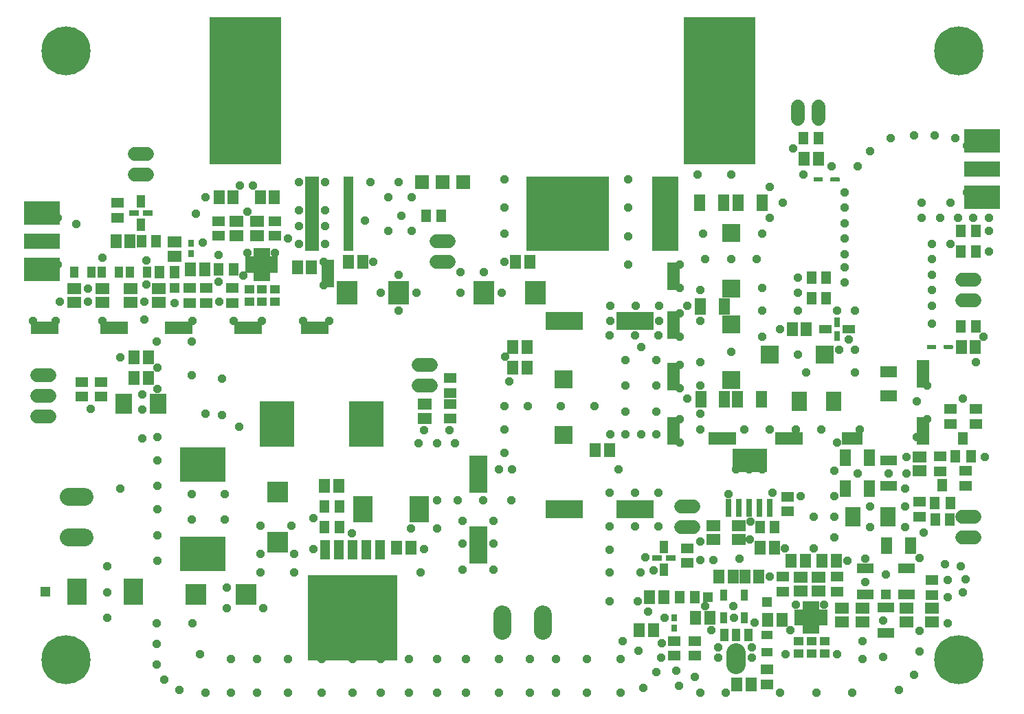
<source format=gbr>
G04 EAGLE Gerber RS-274X export*
G75*
%MOMM*%
%FSLAX34Y34*%
%LPD*%
%INSoldermask Top*%
%IPPOS*%
%AMOC8*
5,1,8,0,0,1.08239X$1,22.5*%
G01*
%ADD10R,3.492500X1.587500*%
%ADD11R,1.587500X3.492500*%
%ADD12R,2.540000X1.587500*%
%ADD13R,1.668500X1.367800*%
%ADD14R,1.367800X1.668500*%
%ADD15R,2.318500X4.618900*%
%ADD16R,2.603200X3.003200*%
%ADD17R,2.606800X2.571200*%
%ADD18R,2.571200X2.606800*%
%ADD19R,1.367800X2.018500*%
%ADD20R,1.173400X1.124100*%
%ADD21R,4.618900X2.318500*%
%ADD22R,0.703200X0.903200*%
%ADD23R,2.455000X3.323400*%
%ADD24R,1.955200X2.427100*%
%ADD25C,6.045200*%
%ADD26C,1.727200*%
%ADD27R,1.078900X1.413500*%
%ADD28R,2.203200X2.203200*%
%ADD29R,2.113500X1.246300*%
%ADD30R,0.963200X1.473200*%
%ADD31R,4.203200X5.603200*%
%ADD32R,1.413500X1.078900*%
%ADD33R,5.603200X4.203200*%
%ADD34R,1.234400X1.623400*%
%ADD35R,1.623400X1.234400*%
%ADD36R,1.203200X1.203200*%
%ADD37C,2.403200*%
%ADD38R,1.050000X1.575000*%
%ADD39R,1.003200X0.503200*%
%ADD40R,0.503200X1.003200*%
%ADD41R,2.003200X2.003200*%
%ADD42C,4.203200*%
%ADD43R,1.703200X9.203200*%
%ADD44R,1.203200X9.203200*%
%ADD45R,10.203200X9.203200*%
%ADD46R,3.203200X9.203200*%
%ADD47R,8.803200X18.203200*%
%ADD48R,1.727200X1.727200*%
%ADD49R,0.762000X2.260600*%
%ADD50R,4.013200X2.743200*%
%ADD51R,2.032000X0.533400*%
%ADD52R,11.003200X10.613200*%
%ADD53R,1.270000X2.362200*%
%ADD54R,1.003200X1.603200*%
%ADD55R,1.303200X0.803200*%
%ADD56R,1.603200X1.003200*%
%ADD57R,0.803200X1.303200*%
%ADD58R,4.394200X1.981200*%
%ADD59R,4.394200X2.870200*%
%ADD60C,2.184400*%
%ADD61R,1.203200X1.603200*%
%ADD62R,2.018500X1.367800*%
%ADD63P,1.038661X8X22.500000*%

G36*
X913023Y280420D02*
X913023Y280420D01*
X913042Y280418D01*
X913144Y280440D01*
X913246Y280457D01*
X913263Y280466D01*
X913283Y280470D01*
X913372Y280523D01*
X913463Y280572D01*
X913477Y280586D01*
X913494Y280596D01*
X913561Y280675D01*
X913633Y280750D01*
X913641Y280768D01*
X913654Y280783D01*
X913693Y280879D01*
X913736Y280973D01*
X913738Y280993D01*
X913746Y281011D01*
X913764Y281178D01*
X913764Y308864D01*
X913761Y308884D01*
X913763Y308903D01*
X913741Y309005D01*
X913725Y309107D01*
X913715Y309124D01*
X913711Y309144D01*
X913658Y309233D01*
X913609Y309324D01*
X913595Y309338D01*
X913585Y309355D01*
X913506Y309422D01*
X913431Y309494D01*
X913413Y309502D01*
X913398Y309515D01*
X913302Y309554D01*
X913208Y309597D01*
X913188Y309599D01*
X913170Y309607D01*
X913003Y309625D01*
X872617Y309625D01*
X872597Y309622D01*
X872578Y309624D01*
X872476Y309602D01*
X872374Y309586D01*
X872357Y309576D01*
X872337Y309572D01*
X872248Y309519D01*
X872157Y309470D01*
X872143Y309456D01*
X872126Y309446D01*
X872059Y309367D01*
X871988Y309292D01*
X871979Y309274D01*
X871966Y309259D01*
X871927Y309163D01*
X871884Y309069D01*
X871882Y309049D01*
X871874Y309031D01*
X871856Y308864D01*
X871856Y281178D01*
X871859Y281158D01*
X871857Y281139D01*
X871879Y281037D01*
X871896Y280935D01*
X871905Y280918D01*
X871909Y280898D01*
X871962Y280809D01*
X872011Y280718D01*
X872025Y280704D01*
X872035Y280687D01*
X872114Y280620D01*
X872189Y280549D01*
X872207Y280540D01*
X872222Y280527D01*
X872318Y280488D01*
X872412Y280445D01*
X872432Y280443D01*
X872450Y280435D01*
X872617Y280417D01*
X913003Y280417D01*
X913023Y280420D01*
G37*
G36*
X1002227Y638703D02*
X1002227Y638703D01*
X1002229Y638701D01*
X1002432Y638717D01*
X1002436Y638721D01*
X1002440Y638718D01*
X1002639Y638766D01*
X1002642Y638771D01*
X1002646Y638769D01*
X1002834Y638847D01*
X1002837Y638851D01*
X1002841Y638850D01*
X1003015Y638956D01*
X1003017Y638962D01*
X1003021Y638961D01*
X1003176Y639094D01*
X1003177Y639099D01*
X1003181Y639099D01*
X1003314Y639254D01*
X1003315Y639260D01*
X1003319Y639260D01*
X1003425Y639434D01*
X1003424Y639440D01*
X1003429Y639441D01*
X1003507Y639629D01*
X1003505Y639635D01*
X1003509Y639636D01*
X1003557Y639835D01*
X1003555Y639841D01*
X1003558Y639843D01*
X1003574Y640046D01*
X1003572Y640049D01*
X1003574Y640050D01*
X1003558Y642853D01*
X1003553Y642860D01*
X1003557Y642865D01*
X1003509Y643064D01*
X1003504Y643067D01*
X1003507Y643071D01*
X1003429Y643259D01*
X1003424Y643262D01*
X1003425Y643266D01*
X1003319Y643440D01*
X1003313Y643442D01*
X1003314Y643446D01*
X1003181Y643601D01*
X1003176Y643602D01*
X1003176Y643606D01*
X1003021Y643739D01*
X1003015Y643740D01*
X1003015Y643744D01*
X1002841Y643850D01*
X1002835Y643849D01*
X1002834Y643854D01*
X1002646Y643932D01*
X1002640Y643930D01*
X1002639Y643934D01*
X1002440Y643982D01*
X1002434Y643980D01*
X1002432Y643983D01*
X1002229Y643999D01*
X1002226Y643997D01*
X1002225Y643999D01*
X993425Y643999D01*
X993423Y643997D01*
X993421Y643999D01*
X993218Y643983D01*
X993214Y643979D01*
X993210Y643982D01*
X993011Y643934D01*
X993008Y643929D01*
X993004Y643932D01*
X992816Y643854D01*
X992813Y643849D01*
X992809Y643850D01*
X992635Y643744D01*
X992633Y643738D01*
X992629Y643739D01*
X992474Y643606D01*
X992473Y643601D01*
X992469Y643601D01*
X992336Y643446D01*
X992335Y643440D01*
X992331Y643440D01*
X992225Y643266D01*
X992226Y643260D01*
X992222Y643259D01*
X992144Y643071D01*
X992145Y643065D01*
X992141Y643064D01*
X992093Y642865D01*
X992095Y642859D01*
X992092Y642857D01*
X992076Y642654D01*
X992078Y642651D01*
X992076Y642650D01*
X992092Y639847D01*
X992097Y639840D01*
X992093Y639835D01*
X992141Y639636D01*
X992146Y639633D01*
X992144Y639629D01*
X992222Y639441D01*
X992226Y639438D01*
X992225Y639434D01*
X992331Y639260D01*
X992337Y639258D01*
X992336Y639254D01*
X992469Y639099D01*
X992474Y639098D01*
X992474Y639094D01*
X992629Y638961D01*
X992635Y638960D01*
X992635Y638956D01*
X992809Y638850D01*
X992815Y638851D01*
X992816Y638847D01*
X993004Y638769D01*
X993010Y638770D01*
X993011Y638766D01*
X993210Y638718D01*
X993216Y638720D01*
X993218Y638717D01*
X993421Y638701D01*
X993424Y638703D01*
X993425Y638701D01*
X1002225Y638701D01*
X1002227Y638703D01*
G37*
G36*
X981427Y638703D02*
X981427Y638703D01*
X981429Y638701D01*
X981632Y638717D01*
X981636Y638721D01*
X981640Y638718D01*
X981839Y638766D01*
X981842Y638771D01*
X981846Y638769D01*
X982034Y638847D01*
X982037Y638851D01*
X982041Y638850D01*
X982215Y638956D01*
X982217Y638962D01*
X982221Y638961D01*
X982376Y639094D01*
X982377Y639099D01*
X982381Y639099D01*
X982514Y639254D01*
X982515Y639260D01*
X982519Y639260D01*
X982625Y639434D01*
X982624Y639440D01*
X982629Y639441D01*
X982707Y639629D01*
X982705Y639635D01*
X982709Y639636D01*
X982757Y639835D01*
X982755Y639841D01*
X982758Y639843D01*
X982774Y640046D01*
X982772Y640049D01*
X982774Y640050D01*
X982758Y642853D01*
X982753Y642860D01*
X982757Y642865D01*
X982709Y643064D01*
X982704Y643067D01*
X982707Y643071D01*
X982629Y643259D01*
X982624Y643262D01*
X982625Y643266D01*
X982519Y643440D01*
X982513Y643442D01*
X982514Y643446D01*
X982381Y643601D01*
X982376Y643602D01*
X982376Y643606D01*
X982221Y643739D01*
X982215Y643740D01*
X982215Y643744D01*
X982041Y643850D01*
X982035Y643849D01*
X982034Y643854D01*
X981846Y643932D01*
X981840Y643930D01*
X981839Y643934D01*
X981640Y643982D01*
X981634Y643980D01*
X981632Y643983D01*
X981429Y643999D01*
X981426Y643997D01*
X981425Y643999D01*
X972625Y643999D01*
X972623Y643997D01*
X972621Y643999D01*
X972418Y643983D01*
X972414Y643979D01*
X972410Y643982D01*
X972211Y643934D01*
X972208Y643929D01*
X972204Y643932D01*
X972016Y643854D01*
X972013Y643849D01*
X972009Y643850D01*
X971835Y643744D01*
X971833Y643738D01*
X971829Y643739D01*
X971674Y643606D01*
X971673Y643601D01*
X971669Y643601D01*
X971536Y643446D01*
X971535Y643440D01*
X971531Y643440D01*
X971425Y643266D01*
X971426Y643260D01*
X971422Y643259D01*
X971344Y643071D01*
X971345Y643065D01*
X971341Y643064D01*
X971293Y642865D01*
X971295Y642859D01*
X971292Y642857D01*
X971276Y642654D01*
X971278Y642651D01*
X971276Y642650D01*
X971292Y639847D01*
X971297Y639840D01*
X971293Y639835D01*
X971341Y639636D01*
X971346Y639633D01*
X971344Y639629D01*
X971422Y639441D01*
X971426Y639438D01*
X971425Y639434D01*
X971531Y639260D01*
X971537Y639258D01*
X971536Y639254D01*
X971669Y639099D01*
X971674Y639098D01*
X971674Y639094D01*
X971829Y638961D01*
X971835Y638960D01*
X971835Y638956D01*
X972009Y638850D01*
X972015Y638851D01*
X972016Y638847D01*
X972204Y638769D01*
X972210Y638770D01*
X972211Y638766D01*
X972410Y638718D01*
X972416Y638720D01*
X972418Y638717D01*
X972621Y638701D01*
X972624Y638703D01*
X972625Y638701D01*
X981425Y638701D01*
X981427Y638703D01*
G37*
G36*
X1121127Y432328D02*
X1121127Y432328D01*
X1121129Y432326D01*
X1121332Y432342D01*
X1121336Y432346D01*
X1121340Y432343D01*
X1121539Y432391D01*
X1121542Y432396D01*
X1121546Y432394D01*
X1121734Y432472D01*
X1121737Y432476D01*
X1121741Y432475D01*
X1121915Y432581D01*
X1121917Y432587D01*
X1121921Y432586D01*
X1122076Y432719D01*
X1122077Y432724D01*
X1122081Y432724D01*
X1122214Y432879D01*
X1122215Y432885D01*
X1122219Y432885D01*
X1122325Y433059D01*
X1122324Y433065D01*
X1122329Y433066D01*
X1122407Y433254D01*
X1122405Y433260D01*
X1122409Y433261D01*
X1122457Y433460D01*
X1122455Y433466D01*
X1122458Y433468D01*
X1122474Y433671D01*
X1122472Y433674D01*
X1122474Y433675D01*
X1122458Y436478D01*
X1122453Y436485D01*
X1122457Y436490D01*
X1122409Y436689D01*
X1122404Y436692D01*
X1122407Y436696D01*
X1122329Y436884D01*
X1122324Y436887D01*
X1122325Y436891D01*
X1122219Y437065D01*
X1122213Y437067D01*
X1122214Y437071D01*
X1122081Y437226D01*
X1122076Y437227D01*
X1122076Y437231D01*
X1121921Y437364D01*
X1121915Y437365D01*
X1121915Y437369D01*
X1121741Y437475D01*
X1121735Y437474D01*
X1121734Y437479D01*
X1121546Y437557D01*
X1121540Y437555D01*
X1121539Y437559D01*
X1121340Y437607D01*
X1121334Y437605D01*
X1121332Y437608D01*
X1121129Y437624D01*
X1121126Y437622D01*
X1121125Y437624D01*
X1112325Y437624D01*
X1112323Y437622D01*
X1112321Y437624D01*
X1112118Y437608D01*
X1112114Y437604D01*
X1112110Y437607D01*
X1111911Y437559D01*
X1111908Y437554D01*
X1111904Y437557D01*
X1111716Y437479D01*
X1111713Y437474D01*
X1111709Y437475D01*
X1111535Y437369D01*
X1111533Y437363D01*
X1111529Y437364D01*
X1111374Y437231D01*
X1111373Y437226D01*
X1111369Y437226D01*
X1111236Y437071D01*
X1111235Y437065D01*
X1111231Y437065D01*
X1111125Y436891D01*
X1111126Y436885D01*
X1111122Y436884D01*
X1111044Y436696D01*
X1111045Y436690D01*
X1111041Y436689D01*
X1110993Y436490D01*
X1110995Y436484D01*
X1110992Y436482D01*
X1110976Y436279D01*
X1110978Y436276D01*
X1110976Y436275D01*
X1110992Y433472D01*
X1110997Y433465D01*
X1110993Y433460D01*
X1111041Y433261D01*
X1111046Y433258D01*
X1111044Y433254D01*
X1111122Y433066D01*
X1111126Y433063D01*
X1111125Y433059D01*
X1111231Y432885D01*
X1111237Y432883D01*
X1111236Y432879D01*
X1111369Y432724D01*
X1111374Y432723D01*
X1111374Y432719D01*
X1111529Y432586D01*
X1111535Y432585D01*
X1111535Y432581D01*
X1111709Y432475D01*
X1111715Y432476D01*
X1111716Y432472D01*
X1111904Y432394D01*
X1111910Y432395D01*
X1111911Y432391D01*
X1112110Y432343D01*
X1112116Y432345D01*
X1112118Y432342D01*
X1112321Y432326D01*
X1112324Y432328D01*
X1112325Y432326D01*
X1121125Y432326D01*
X1121127Y432328D01*
G37*
G36*
X1141927Y432328D02*
X1141927Y432328D01*
X1141929Y432326D01*
X1142132Y432342D01*
X1142136Y432346D01*
X1142140Y432343D01*
X1142339Y432391D01*
X1142342Y432396D01*
X1142346Y432394D01*
X1142534Y432472D01*
X1142537Y432476D01*
X1142541Y432475D01*
X1142715Y432581D01*
X1142717Y432587D01*
X1142721Y432586D01*
X1142876Y432719D01*
X1142877Y432724D01*
X1142881Y432724D01*
X1143014Y432879D01*
X1143015Y432885D01*
X1143019Y432885D01*
X1143125Y433059D01*
X1143124Y433065D01*
X1143129Y433066D01*
X1143207Y433254D01*
X1143205Y433260D01*
X1143209Y433261D01*
X1143257Y433460D01*
X1143255Y433466D01*
X1143258Y433468D01*
X1143274Y433671D01*
X1143272Y433674D01*
X1143274Y433675D01*
X1143258Y436478D01*
X1143253Y436485D01*
X1143257Y436490D01*
X1143209Y436689D01*
X1143204Y436692D01*
X1143207Y436696D01*
X1143129Y436884D01*
X1143124Y436887D01*
X1143125Y436891D01*
X1143019Y437065D01*
X1143013Y437067D01*
X1143014Y437071D01*
X1142881Y437226D01*
X1142876Y437227D01*
X1142876Y437231D01*
X1142721Y437364D01*
X1142715Y437365D01*
X1142715Y437369D01*
X1142541Y437475D01*
X1142535Y437474D01*
X1142534Y437479D01*
X1142346Y437557D01*
X1142340Y437555D01*
X1142339Y437559D01*
X1142140Y437607D01*
X1142134Y437605D01*
X1142132Y437608D01*
X1141929Y437624D01*
X1141926Y437622D01*
X1141925Y437624D01*
X1133125Y437624D01*
X1133123Y437622D01*
X1133121Y437624D01*
X1132918Y437608D01*
X1132914Y437604D01*
X1132910Y437607D01*
X1132711Y437559D01*
X1132708Y437554D01*
X1132704Y437557D01*
X1132516Y437479D01*
X1132513Y437474D01*
X1132509Y437475D01*
X1132335Y437369D01*
X1132333Y437363D01*
X1132329Y437364D01*
X1132174Y437231D01*
X1132173Y437226D01*
X1132169Y437226D01*
X1132036Y437071D01*
X1132035Y437065D01*
X1132031Y437065D01*
X1131925Y436891D01*
X1131926Y436885D01*
X1131922Y436884D01*
X1131844Y436696D01*
X1131845Y436690D01*
X1131841Y436689D01*
X1131793Y436490D01*
X1131795Y436484D01*
X1131792Y436482D01*
X1131776Y436279D01*
X1131778Y436276D01*
X1131776Y436275D01*
X1131792Y433472D01*
X1131797Y433465D01*
X1131793Y433460D01*
X1131841Y433261D01*
X1131846Y433258D01*
X1131844Y433254D01*
X1131922Y433066D01*
X1131926Y433063D01*
X1131925Y433059D01*
X1132031Y432885D01*
X1132037Y432883D01*
X1132036Y432879D01*
X1132169Y432724D01*
X1132174Y432723D01*
X1132174Y432719D01*
X1132329Y432586D01*
X1132335Y432585D01*
X1132335Y432581D01*
X1132509Y432475D01*
X1132515Y432476D01*
X1132516Y432472D01*
X1132704Y432394D01*
X1132710Y432395D01*
X1132711Y432391D01*
X1132910Y432343D01*
X1132916Y432345D01*
X1132918Y432342D01*
X1133121Y432326D01*
X1133124Y432328D01*
X1133125Y432326D01*
X1141925Y432326D01*
X1141927Y432328D01*
G37*
D10*
X23813Y458788D03*
X188913Y458788D03*
X274638Y458788D03*
D11*
X373063Y525463D03*
D10*
X109538Y458788D03*
D11*
X798513Y522288D03*
D10*
X858838Y322263D03*
D11*
X798513Y461963D03*
X798513Y331788D03*
X1106488Y331788D03*
X1106488Y401638D03*
X798513Y398463D03*
D10*
X941388Y322263D03*
X357188Y458788D03*
D12*
X1019175Y322263D03*
D13*
X130175Y507229D03*
X130175Y489721D03*
D14*
X221479Y530225D03*
X203971Y530225D03*
X769121Y127000D03*
X786629Y127000D03*
X600846Y434975D03*
X618354Y434975D03*
D13*
X165100Y507229D03*
X165100Y489721D03*
D15*
X558800Y278477D03*
X558800Y191423D03*
D14*
X843779Y101600D03*
X826271Y101600D03*
X872354Y152400D03*
X854846Y152400D03*
X886596Y152400D03*
X904104Y152400D03*
X415789Y539750D03*
X398281Y539750D03*
D13*
X184150Y564379D03*
X184150Y546871D03*
D16*
X397125Y501650D03*
X460125Y501650D03*
D14*
X877071Y19050D03*
X894579Y19050D03*
D17*
X311150Y256637D03*
X311150Y194213D03*
D14*
X932679Y98425D03*
X915171Y98425D03*
D13*
X492125Y346846D03*
X492125Y364354D03*
D16*
X628400Y501650D03*
X565400Y501650D03*
D14*
X621529Y539750D03*
X604021Y539750D03*
X386579Y263525D03*
X369071Y263525D03*
D13*
X1031875Y113529D03*
X1031875Y96021D03*
D18*
X210088Y130175D03*
X272512Y130175D03*
D14*
X773929Y85725D03*
X756421Y85725D03*
D13*
X1085850Y96021D03*
X1085850Y113529D03*
X1117600Y113529D03*
X1117600Y96021D03*
D19*
X878691Y612775D03*
X908199Y612775D03*
D13*
X847725Y197621D03*
X847725Y215129D03*
X879475Y197621D03*
X879475Y215129D03*
D19*
X861209Y485140D03*
X831701Y485140D03*
X861844Y370205D03*
X832336Y370205D03*
X906929Y370205D03*
X877421Y370205D03*
D14*
X923154Y187325D03*
X905646Y187325D03*
X945016Y457200D03*
X962524Y457200D03*
D13*
X60325Y507229D03*
X60325Y489721D03*
D14*
X1153296Y434975D03*
X1170804Y434975D03*
D13*
X1101725Y282076D03*
X1101725Y299584D03*
D14*
X977129Y666750D03*
X959621Y666750D03*
X151629Y396875D03*
X134121Y396875D03*
X719954Y307975D03*
X702446Y307975D03*
X151629Y422275D03*
X134121Y422275D03*
X352924Y533400D03*
X335416Y533400D03*
D20*
X276225Y506221D03*
X276225Y490729D03*
X292100Y506221D03*
X292100Y490729D03*
X307975Y506221D03*
X307975Y490729D03*
D13*
X260350Y572271D03*
X260350Y589779D03*
X285750Y572271D03*
X285750Y589779D03*
D14*
X238896Y619125D03*
X256404Y619125D03*
X307204Y619125D03*
X289696Y619125D03*
D13*
X1006475Y113529D03*
X1006475Y96021D03*
X95250Y507229D03*
X95250Y489721D03*
D20*
X953135Y72516D03*
X953135Y57024D03*
X969010Y72516D03*
X969010Y57024D03*
X984885Y72516D03*
X984885Y57024D03*
D13*
X955675Y134121D03*
X955675Y151629D03*
X977900Y134121D03*
X977900Y151629D03*
D14*
X943746Y171450D03*
X961254Y171450D03*
X999354Y171450D03*
X981846Y171450D03*
X111896Y565150D03*
X129404Y565150D03*
D21*
X664498Y466725D03*
X751552Y466725D03*
D14*
X600846Y409575D03*
X618354Y409575D03*
D22*
X204470Y562625D03*
X204470Y549625D03*
X800100Y101615D03*
X800100Y88615D03*
D23*
X416283Y234950D03*
X485417Y234950D03*
X63858Y133350D03*
X132992Y133350D03*
D24*
X996027Y368300D03*
X953423Y368300D03*
D25*
X1150000Y50000D03*
D26*
X150495Y647700D02*
X135255Y647700D01*
X135255Y673100D02*
X150495Y673100D01*
X808355Y212725D02*
X823595Y212725D01*
X823595Y238125D02*
X808355Y238125D01*
X499745Y387350D02*
X484505Y387350D01*
X484505Y412750D02*
X499745Y412750D01*
X506730Y565150D02*
X521970Y565150D01*
X521970Y539750D02*
X506730Y539750D01*
X1154430Y492125D02*
X1169670Y492125D01*
X1169670Y517525D02*
X1154430Y517525D01*
X29845Y400050D02*
X14605Y400050D01*
X14605Y374650D02*
X29845Y374650D01*
X29845Y349250D02*
X14605Y349250D01*
X977900Y716280D02*
X977900Y731520D01*
X952500Y731520D02*
X952500Y716280D01*
D27*
X60447Y527050D03*
X81793Y527050D03*
D28*
X869950Y506850D03*
X869950Y575150D03*
D29*
X1085850Y161886D03*
X1085850Y130214D03*
D28*
X869950Y394455D03*
X869950Y462755D03*
X663575Y394850D03*
X663575Y326550D03*
D27*
X94102Y527050D03*
X115448Y527050D03*
X129027Y527050D03*
X150373Y527050D03*
D30*
X885825Y101600D03*
X860425Y101600D03*
X885825Y129540D03*
X860425Y129540D03*
D31*
X420125Y339725D03*
X310125Y339725D03*
D32*
X914400Y59177D03*
X914400Y80523D03*
D33*
X219075Y289950D03*
X219075Y179950D03*
D29*
X1035050Y161886D03*
X1035050Y130214D03*
D34*
X238455Y530225D03*
X256845Y530225D03*
D35*
X523875Y378155D03*
X523875Y396545D03*
X523875Y346405D03*
X523875Y364795D03*
X914400Y19380D03*
X914400Y37770D03*
X223520Y507670D03*
X223520Y489280D03*
D34*
X387020Y238125D03*
X368630Y238125D03*
X368630Y212725D03*
X387020Y212725D03*
D35*
X933450Y152070D03*
X933450Y133680D03*
X1000125Y133680D03*
X1000125Y152070D03*
X825500Y54305D03*
X825500Y72695D03*
X800100Y72695D03*
X800100Y54305D03*
D19*
X860574Y612775D03*
X831066Y612775D03*
D35*
X1117600Y147625D03*
X1117600Y129235D03*
D34*
X512750Y596900D03*
X494360Y596900D03*
X905205Y212725D03*
X923595Y212725D03*
D35*
X939800Y232105D03*
X939800Y250495D03*
D34*
X968705Y520700D03*
X987095Y520700D03*
X968705Y495300D03*
X987095Y495300D03*
X143205Y565150D03*
X161595Y565150D03*
D35*
X69850Y392100D03*
X69850Y373710D03*
X93980Y392100D03*
X93980Y373710D03*
X1101725Y244145D03*
X1101725Y225755D03*
D34*
X1171245Y577850D03*
X1152855Y577850D03*
D35*
X1127125Y300025D03*
X1127125Y281635D03*
D34*
X1171245Y552450D03*
X1152855Y552450D03*
D35*
X202565Y507670D03*
X202565Y489280D03*
D34*
X806780Y127000D03*
X825170Y127000D03*
D35*
X238125Y590220D03*
X238125Y571830D03*
D34*
X183820Y527050D03*
X165430Y527050D03*
D35*
X307975Y571830D03*
X307975Y590220D03*
X255270Y507670D03*
X255270Y489280D03*
D36*
X1060450Y130175D03*
X914400Y120650D03*
X841375Y127000D03*
X184150Y508000D03*
X25400Y133350D03*
D37*
X876300Y58425D02*
X876300Y43425D01*
D38*
X891300Y80200D03*
X861300Y80200D03*
X876300Y80200D03*
D39*
X953375Y109100D03*
X953375Y104100D03*
X953375Y99100D03*
X953375Y94100D03*
D40*
X960875Y86600D03*
X965875Y86600D03*
X970875Y86600D03*
X975875Y86600D03*
D39*
X983375Y94100D03*
X983375Y99100D03*
X983375Y104100D03*
X983375Y109100D03*
D40*
X975875Y116600D03*
X970875Y116600D03*
X965875Y116600D03*
X960875Y116600D03*
D41*
X968375Y101600D03*
D39*
X276465Y544075D03*
X276465Y539075D03*
X276465Y534075D03*
X276465Y529075D03*
D40*
X283965Y521575D03*
X288965Y521575D03*
X293965Y521575D03*
X298965Y521575D03*
D39*
X306465Y529075D03*
X306465Y534075D03*
X306465Y539075D03*
X306465Y544075D03*
D40*
X298965Y551575D03*
X293965Y551575D03*
X288965Y551575D03*
X283965Y551575D03*
D41*
X291465Y536575D03*
D42*
X263325Y761050D03*
X863325Y761050D03*
D43*
X353325Y598970D03*
D44*
X398325Y598970D03*
D45*
X668325Y598970D03*
D46*
X788325Y598970D03*
D47*
X271145Y750570D03*
X855345Y750570D03*
D48*
X539750Y638175D03*
X514350Y638175D03*
X488950Y638175D03*
D49*
X866775Y237109D03*
X879475Y237109D03*
X892175Y237109D03*
X904875Y237109D03*
X917575Y237109D03*
D50*
X892175Y294259D03*
D51*
X121920Y375125D03*
X121920Y370125D03*
X121920Y365125D03*
X121920Y360125D03*
X121920Y355125D03*
X163830Y355125D03*
X163830Y360125D03*
X163830Y365125D03*
X163830Y370125D03*
X163830Y375125D03*
D52*
X403225Y101600D03*
D53*
X437261Y184912D03*
X420243Y184912D03*
X403225Y184912D03*
X386207Y184912D03*
X369189Y184912D03*
D54*
X142875Y614325D03*
D55*
X134375Y600075D03*
D54*
X142875Y585825D03*
D55*
X151375Y600075D03*
D54*
X787400Y188875D03*
D55*
X778900Y174625D03*
D54*
X787400Y160375D03*
D55*
X795900Y174625D03*
D56*
X1014375Y457200D03*
D57*
X1000125Y465700D03*
D56*
X985875Y457200D03*
D57*
X1000125Y448700D03*
D58*
X21154Y565150D03*
D59*
X21154Y600096D03*
X21154Y530204D03*
D60*
X637921Y105156D02*
X637921Y85344D01*
X587883Y85344D02*
X587883Y105156D01*
X73406Y200279D02*
X53594Y200279D01*
X53594Y250317D02*
X73406Y250317D01*
D58*
X1178846Y654050D03*
D59*
X1178846Y619104D03*
X1178846Y688996D03*
D35*
X815975Y186995D03*
X815975Y168605D03*
D34*
X1121105Y222250D03*
X1139495Y222250D03*
D35*
X114300Y612445D03*
X114300Y594055D03*
D14*
X475479Y187325D03*
X457971Y187325D03*
D21*
X664498Y234950D03*
X751552Y234950D03*
D25*
X50000Y50000D03*
X50000Y800000D03*
X1150000Y800000D03*
D24*
X1020098Y225425D03*
X1062702Y225425D03*
D35*
X1158875Y282245D03*
X1158875Y263855D03*
D61*
X1155700Y322150D03*
X1165200Y300150D03*
X1146200Y300150D03*
X1130300Y265000D03*
X1139800Y243000D03*
X1120800Y243000D03*
D35*
X1171575Y340055D03*
X1171575Y358445D03*
X1139825Y340055D03*
X1139825Y358445D03*
D28*
X985400Y425450D03*
X917100Y425450D03*
D62*
X1063625Y375136D03*
X1063625Y404644D03*
D19*
X1040279Y298450D03*
X1010771Y298450D03*
X1040279Y260350D03*
X1010771Y260350D03*
D29*
X1060450Y114261D03*
X1060450Y82589D03*
D19*
X1091079Y190500D03*
X1061571Y190500D03*
D26*
X1154430Y200025D02*
X1169670Y200025D01*
X1169670Y225425D02*
X1154430Y225425D01*
D34*
X1171245Y460375D03*
X1152855Y460375D03*
X977570Y692150D03*
X959180Y692150D03*
D29*
X1063625Y295236D03*
X1063625Y263564D03*
D63*
X1187450Y577850D03*
X1187450Y552450D03*
X1139825Y561975D03*
X1117600Y561975D03*
X1117600Y542925D03*
X1117600Y523875D03*
X1117600Y504825D03*
X1117600Y485775D03*
X1117600Y463550D03*
X1104900Y593725D03*
X1127125Y593725D03*
X1149350Y593725D03*
X1187450Y593725D03*
X1168400Y593725D03*
X1192530Y625475D03*
X1160780Y625475D03*
X1176655Y625475D03*
X1160780Y682625D03*
X1176655Y682625D03*
X1192530Y682625D03*
X958850Y647700D03*
X917575Y631825D03*
X933450Y612775D03*
X917575Y593725D03*
X1009650Y625475D03*
X1009650Y606425D03*
X1009650Y587375D03*
X1009650Y568325D03*
X1009650Y549275D03*
X1009650Y533400D03*
X1009650Y514350D03*
X952500Y520700D03*
X952500Y501650D03*
X993775Y657225D03*
X1025525Y657225D03*
X1022350Y479425D03*
X1000125Y479425D03*
X831850Y504825D03*
X831850Y466725D03*
X815975Y485775D03*
X831850Y352425D03*
X831850Y387350D03*
X815975Y371475D03*
X952500Y479425D03*
X955675Y250825D03*
X920750Y255270D03*
X935990Y186690D03*
X876300Y283845D03*
X908050Y283845D03*
X892175Y283845D03*
X894080Y219710D03*
X831850Y194945D03*
X892810Y198120D03*
X917575Y152400D03*
X872490Y115570D03*
X758190Y156845D03*
X755015Y121920D03*
X720090Y213995D03*
X720090Y156845D03*
X720090Y121920D03*
X802640Y36195D03*
X783590Y52070D03*
X767715Y109220D03*
X764540Y175895D03*
X831850Y172720D03*
X847725Y172720D03*
X854075Y64770D03*
X895350Y64770D03*
X895350Y52070D03*
X854075Y52070D03*
X876300Y64770D03*
X876300Y52070D03*
X863600Y8890D03*
X930275Y8890D03*
X1031875Y72390D03*
X971550Y186690D03*
X968375Y101600D03*
X984250Y117475D03*
X942975Y85725D03*
X949325Y117475D03*
X880110Y173990D03*
X1000125Y56515D03*
X936625Y56515D03*
X819150Y834390D03*
X844550Y834390D03*
X892175Y834390D03*
X869950Y834390D03*
X8255Y593725D03*
X24130Y593725D03*
X40005Y593725D03*
X8255Y536575D03*
X24130Y536575D03*
X40005Y536575D03*
X819150Y815340D03*
X844550Y815340D03*
X892175Y815340D03*
X869950Y815340D03*
X819150Y796290D03*
X844550Y796290D03*
X892175Y796290D03*
X869950Y796290D03*
X819150Y777240D03*
X892175Y777240D03*
X819150Y758190D03*
X892175Y758190D03*
X892175Y739140D03*
X819150Y739140D03*
X819150Y720090D03*
X844550Y720090D03*
X892175Y720090D03*
X869950Y720090D03*
X819150Y701040D03*
X844550Y701040D03*
X892175Y701040D03*
X869950Y701040D03*
X819150Y681990D03*
X844550Y681990D03*
X892175Y681990D03*
X869950Y681990D03*
X819150Y666115D03*
X844550Y666115D03*
X869950Y666115D03*
X892175Y666115D03*
X234950Y834390D03*
X260350Y834390D03*
X307975Y834390D03*
X285750Y834390D03*
X234950Y815340D03*
X260350Y815340D03*
X307975Y815340D03*
X285750Y815340D03*
X234950Y796290D03*
X260350Y796290D03*
X307975Y796290D03*
X285750Y796290D03*
X234950Y777240D03*
X307975Y777240D03*
X234950Y758190D03*
X307975Y758190D03*
X307975Y739140D03*
X234950Y739140D03*
X234950Y720090D03*
X260350Y720090D03*
X307975Y720090D03*
X285750Y720090D03*
X234950Y701040D03*
X260350Y701040D03*
X307975Y701040D03*
X285750Y701040D03*
X234950Y681990D03*
X260350Y681990D03*
X307975Y681990D03*
X285750Y681990D03*
X234950Y666115D03*
X260350Y666115D03*
X285750Y666115D03*
X307975Y666115D03*
X806450Y536575D03*
X806450Y508000D03*
X806450Y476250D03*
X806450Y447675D03*
X806450Y412750D03*
X806450Y384175D03*
X806450Y346075D03*
X806450Y317500D03*
X831850Y333375D03*
X885825Y333375D03*
X917575Y333375D03*
X949325Y333375D03*
X1098550Y368300D03*
X1000125Y317500D03*
X438150Y501650D03*
X482600Y501650D03*
X460375Y523875D03*
X460375Y479425D03*
X587375Y501650D03*
X565150Y527050D03*
X752475Y485775D03*
X781050Y466725D03*
X720725Y466725D03*
X751840Y449580D03*
X596265Y392430D03*
X523240Y332105D03*
X491490Y332105D03*
X539115Y192405D03*
X577215Y192405D03*
X507365Y246380D03*
X475615Y211455D03*
X507365Y211455D03*
X491490Y186055D03*
X354965Y186055D03*
X354965Y224155D03*
X402590Y205105D03*
X360045Y65405D03*
X382270Y65405D03*
X403860Y65405D03*
X447040Y65405D03*
X424815Y65405D03*
X360045Y84455D03*
X382270Y84455D03*
X403860Y84455D03*
X447040Y84455D03*
X424815Y84455D03*
X360045Y103505D03*
X382270Y103505D03*
X403860Y103505D03*
X447040Y103505D03*
X424815Y103505D03*
X360045Y122555D03*
X382270Y122555D03*
X403860Y122555D03*
X447040Y122555D03*
X424815Y122555D03*
X331470Y179705D03*
X290195Y179705D03*
X290195Y214630D03*
X328295Y214630D03*
X248920Y113030D03*
X248920Y138430D03*
X293370Y113030D03*
X290195Y157480D03*
X331470Y157480D03*
X487045Y157480D03*
X536575Y501650D03*
X590550Y539750D03*
X428625Y539750D03*
X590550Y641350D03*
X590550Y606425D03*
X590550Y574675D03*
X460375Y638175D03*
X425450Y638175D03*
X162560Y441325D03*
X163195Y409575D03*
X163195Y382905D03*
X144145Y376555D03*
X144145Y357505D03*
X42545Y490855D03*
X77470Y490855D03*
X147320Y490855D03*
X239395Y490855D03*
X280670Y633730D03*
X264795Y633730D03*
X274320Y601980D03*
X210820Y598805D03*
X292100Y536575D03*
X307975Y551180D03*
X274320Y551180D03*
X9525Y466725D03*
X38100Y466725D03*
X95250Y466725D03*
X147320Y468630D03*
X206375Y466725D03*
X257175Y466725D03*
X292100Y466725D03*
X342900Y466725D03*
X374650Y466725D03*
X368300Y539750D03*
X368300Y511175D03*
X77470Y506730D03*
X149225Y541655D03*
X95250Y544830D03*
X238125Y548005D03*
X238760Y515620D03*
X149225Y511810D03*
X219075Y563880D03*
X898525Y95250D03*
X873760Y101600D03*
X788035Y101600D03*
X784860Y69850D03*
X845185Y85725D03*
X837565Y115570D03*
X269240Y522605D03*
X591185Y422910D03*
X720725Y327025D03*
X739775Y327025D03*
X619125Y361950D03*
X660400Y361950D03*
X701675Y361950D03*
X590550Y304800D03*
X584200Y284480D03*
X731520Y284480D03*
X242570Y351155D03*
X242570Y395605D03*
X144145Y322580D03*
X974725Y8890D03*
X1019175Y8890D03*
X805815Y17145D03*
X831850Y8890D03*
X1031875Y50165D03*
X777875Y34290D03*
X762000Y15240D03*
X733425Y8890D03*
X161925Y69215D03*
X161925Y43815D03*
X171450Y24765D03*
X190500Y12065D03*
X222250Y8890D03*
X692150Y8890D03*
X736600Y72390D03*
X733425Y50165D03*
X692150Y50165D03*
X654050Y50165D03*
X622300Y50165D03*
X584200Y50165D03*
X542925Y50165D03*
X508000Y50165D03*
X473075Y50165D03*
X438150Y50165D03*
X403225Y50165D03*
X365125Y50165D03*
X323850Y50165D03*
X285750Y50165D03*
X254000Y50165D03*
X161925Y94615D03*
X206375Y94615D03*
X215900Y56515D03*
X205105Y441325D03*
X205105Y400050D03*
X205105Y254000D03*
X205105Y222250D03*
X246380Y254000D03*
X246380Y222250D03*
X163195Y323850D03*
X163195Y295275D03*
X163195Y263525D03*
X163195Y171450D03*
X163195Y203200D03*
X163195Y234950D03*
X369570Y603250D03*
X369570Y584200D03*
X369570Y561975D03*
X369570Y638175D03*
X337820Y638175D03*
X337820Y603250D03*
X337820Y584200D03*
X337820Y561975D03*
X654050Y8890D03*
X622300Y8890D03*
X584200Y8890D03*
X542925Y8890D03*
X508000Y8890D03*
X473075Y8890D03*
X438150Y8890D03*
X403225Y8890D03*
X365125Y8890D03*
X323850Y8890D03*
X285750Y8890D03*
X254000Y8890D03*
X742950Y641350D03*
X742950Y606425D03*
X742950Y571500D03*
X742950Y536575D03*
X720725Y485775D03*
X781050Y485775D03*
X780415Y449580D03*
X720090Y449580D03*
X739775Y355600D03*
X739775Y419100D03*
X739775Y387350D03*
X777875Y419100D03*
X777875Y387350D03*
X777875Y355600D03*
X777875Y327025D03*
X476250Y619125D03*
X447675Y619125D03*
X447675Y577850D03*
X476250Y577850D03*
X419100Y590550D03*
X485140Y316230D03*
X529590Y316230D03*
X507365Y316230D03*
X539115Y220980D03*
X577215Y220980D03*
X539115Y160655D03*
X577215Y160655D03*
X532765Y246380D03*
X564515Y246380D03*
X599440Y246380D03*
X590550Y361950D03*
X590550Y333375D03*
X600075Y284480D03*
X720090Y185420D03*
X720090Y255270D03*
X780415Y255270D03*
X780415Y213995D03*
X751840Y255270D03*
X751840Y213995D03*
X930275Y457200D03*
X1003300Y431800D03*
X946150Y679450D03*
X1136650Y94615D03*
X1060450Y154940D03*
X1035050Y173990D03*
X1035050Y145415D03*
X996950Y282575D03*
X996950Y250825D03*
X996950Y225425D03*
X996950Y200025D03*
X1025525Y279400D03*
X1085850Y279400D03*
X971550Y225425D03*
X1057275Y53340D03*
X1076325Y12065D03*
X1095375Y31115D03*
X1101725Y59690D03*
X1101725Y85090D03*
X1136650Y126365D03*
X1155700Y132715D03*
X1133475Y167640D03*
X1152525Y164465D03*
X1158875Y148590D03*
X1084580Y260350D03*
X1084580Y238125D03*
X1084580Y212725D03*
X1041400Y238125D03*
X1041400Y212725D03*
X1063625Y279400D03*
X869950Y542925D03*
X901700Y542925D03*
X838200Y542925D03*
X869950Y428625D03*
X831850Y415925D03*
X835025Y574675D03*
X908050Y574675D03*
X908050Y508000D03*
X908050Y479425D03*
X908050Y447675D03*
X952500Y425450D03*
X962025Y403225D03*
X1022350Y403225D03*
X1028700Y333375D03*
X981075Y333375D03*
X1022350Y431800D03*
X1104900Y612775D03*
X1139825Y612775D03*
X1041400Y676275D03*
X1066800Y692150D03*
X1095375Y695325D03*
X1120775Y695325D03*
X1146175Y692150D03*
X1104900Y409575D03*
X1098550Y323850D03*
X1111250Y387350D03*
X1111250Y346075D03*
X101600Y132715D03*
X101600Y100965D03*
X101600Y164465D03*
X63500Y586105D03*
X1057275Y97790D03*
X1106805Y206375D03*
X1101725Y174625D03*
X1181100Y447675D03*
X1171575Y415925D03*
X536575Y527050D03*
X828675Y647700D03*
X869950Y647700D03*
X758825Y434975D03*
X758825Y327025D03*
X1085850Y299720D03*
X1182370Y299720D03*
X825500Y28575D03*
X1136650Y147955D03*
X755650Y60325D03*
X184150Y488950D03*
X866775Y254000D03*
X774700Y160020D03*
X81280Y358775D03*
X117475Y422275D03*
X222250Y619125D03*
X463550Y596900D03*
X117475Y260350D03*
X323850Y568325D03*
X222250Y352425D03*
X263525Y336550D03*
X1012825Y171450D03*
X1014730Y444500D03*
X1155700Y371475D03*
M02*

</source>
